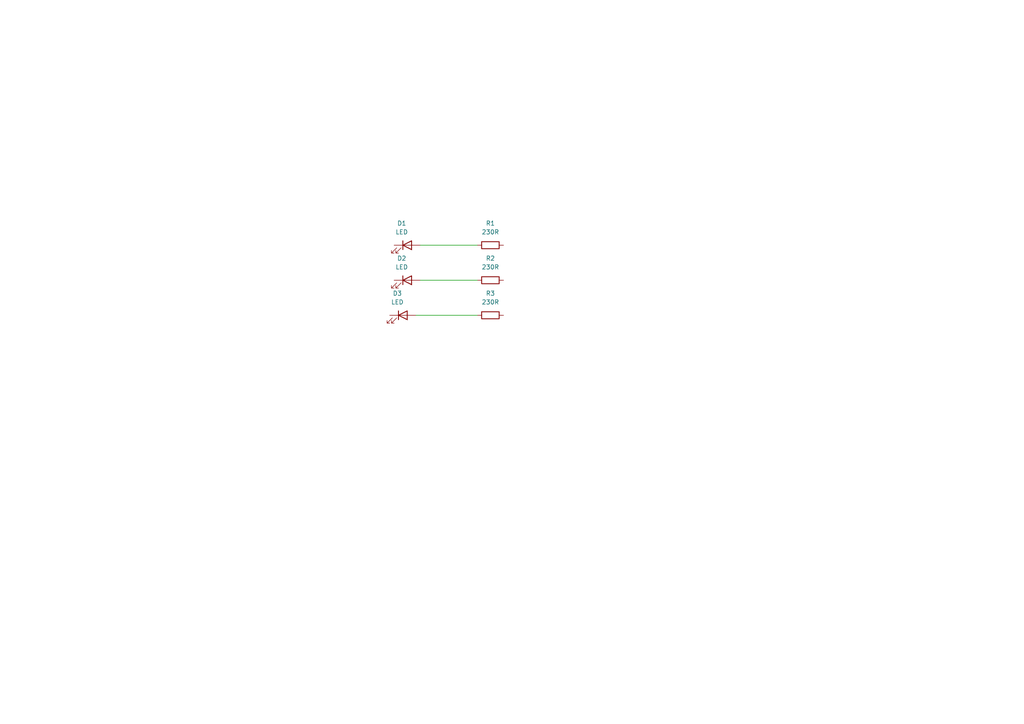
<source format=kicad_sch>
(kicad_sch (version 20230121) (generator eeschema)
  (paper "A4")
  (lib_symbols
    (symbol "Device:LED" (pin_numbers hide) (pin_names (offset 1.016) hide)
      (property "Reference" "D" (at 0 2.54 0))
      (property "Value" "LED" (at 0 -2.54 0))
      (symbol "LED_0_1"
        (polyline (pts (xy -1.27 -1.27) (xy -1.27 1.27)) (stroke (width 0.254)))
        (polyline (pts (xy -1.27 0) (xy 1.27 0)))
        (polyline (pts (xy 1.27 -1.27) (xy 1.27 1.27) (xy -1.27 0) (xy 1.27 -1.27)) (stroke (width 0.254)))
        (polyline (pts (xy -3.048 -0.762) (xy -4.572 -2.286) (xy -3.81 -2.286) (xy -4.572 -2.286) (xy -4.572 -1.524)))
        (polyline (pts (xy -1.778 -0.762) (xy -3.302 -2.286) (xy -2.54 -2.286) (xy -3.302 -2.286) (xy -3.302 -1.524)))
      )
      (symbol "LED_1_1"
        (pin passive line (at -3.81 0 0) (length 2.54) (name "K") (number "1"))
        (pin passive line (at 3.81 0 180) (length 2.54) (name "A") (number "2"))
      )
    )
    (symbol "Device:R" (pin_numbers hide) (pin_names (offset 0))
      (property "Reference" "R" (at 2.032 0 90))
      (property "Value" "R" (at 0 0 90))
      (symbol "R_0_1"
        (rectangle (start -1.016 -2.54) (end 1.016 2.54) (stroke (width 0.254)))
      )
      (symbol "R_1_1"
        (pin passive line (at 0 3.81 270) (length 1.27) (name "~") (number "1"))
        (pin passive line (at 0 -3.81 90) (length 1.27) (name "~") (number "2"))
      )
    )
  )
  (wire (pts (xy 121.92 71.12) (xy 138.43 71.12)))
  (wire (pts (xy 121.92 81.28) (xy 138.43 81.28)))
  (wire (pts (xy 120.65 91.44) (xy 138.43 91.44)))
  (symbol (lib_id "Device:R") (at 142.24 91.44 90) (unit 1)
    (property "Reference" "R3" (at 142.24 85.09 90))
    (property "Value" "230R" (at 142.24 87.63 90))
  )
  (symbol (lib_id "Device:LED") (at 118.11 71.12 0) (unit 1)
    (property "Reference" "D1" (at 116.5225 64.77 0))
    (property "Value" "LED" (at 116.5225 67.31 0))
  )
  (symbol (lib_id "Device:R") (at 142.24 71.12 90) (unit 1)
    (property "Reference" "R1" (at 142.24 64.77 90))
    (property "Value" "230R" (at 142.24 67.31 90))
  )
  (symbol (lib_id "Device:LED") (at 118.11 81.28 0) (unit 1)
    (property "Reference" "D2" (at 116.5225 74.93 0))
    (property "Value" "LED" (at 116.5225 77.47 0))
  )
  (symbol (lib_id "Device:R") (at 142.24 81.28 90) (unit 1)
    (property "Reference" "R2" (at 142.24 74.93 90))
    (property "Value" "230R" (at 142.24 77.47 90))
  )
  (symbol (lib_id "Device:LED") (at 116.84 91.44 0) (unit 1)
    (property "Reference" "D3" (at 115.2525 85.09 0))
    (property "Value" "LED" (at 115.2525 87.63 0))
  )
)
</source>
